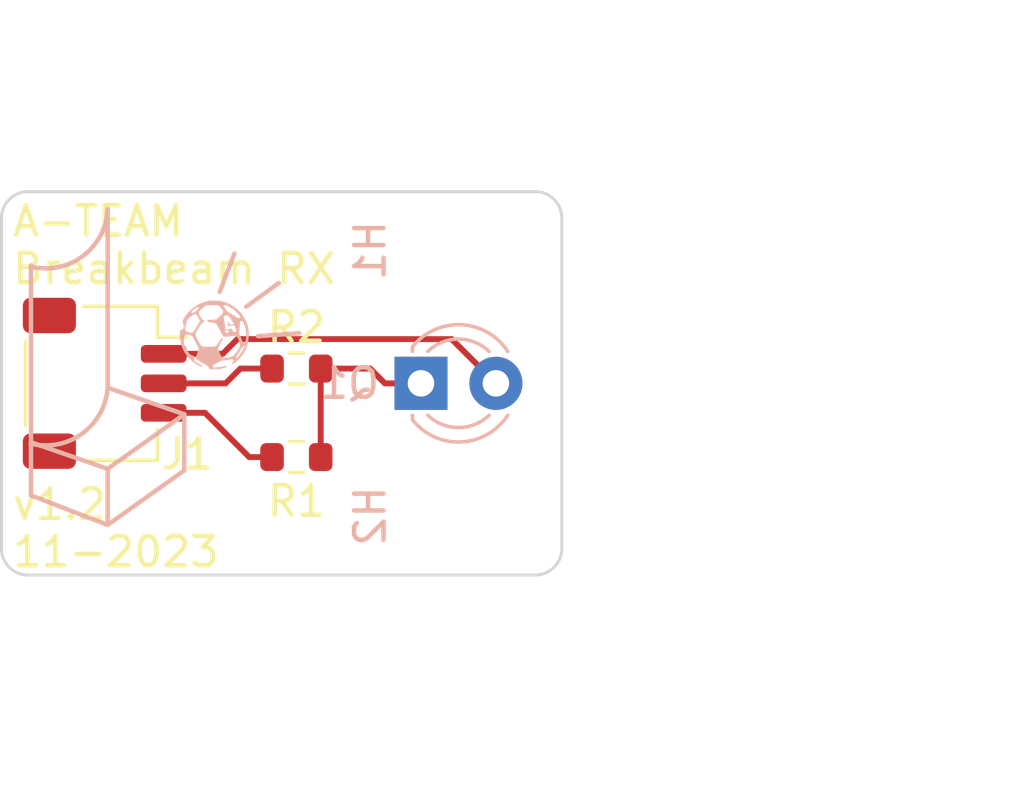
<source format=kicad_pcb>
(kicad_pcb (version 20221018) (generator pcbnew)
  (title_block (title "Breakbeam Receiver") (date "2023-11-27") (rev "1.2 R0") (company "SSL A-Team") (comment 1 "Author: Joe Spall") (comment 2 "Author: Will Stuckey"))
  (layers (0 "F.Cu" signal) (31 "B.Cu" signal) (34 "B.Paste" user) (35 "F.Paste" user) (36 "B.SilkS" user "B.Silkscreen") (37 "F.SilkS" user "F.Silkscreen") (38 "B.Mask" user) (39 "F.Mask" user) (44 "Edge.Cuts" user))
  (net 0 "")
  (net 1 "BALL_RX")
  (net 2 "+3.3V")
  (net 3 "GND")
  (net 4 "Net-(Q1-E)")
  (footprint "MountingHole:MountingHole_2.2mm_M2" (layer "F.Cu") (at 126 71 -90)
    (fp_text reference "H2" (at 0 3 -90) (layer "B.SilkS") (effects (font (thickness 0.153)) (justify mirror)))
    (fp_text value "MountingHole" hide)
    (pad "" np_thru_hole circle (at 0 0 270) (size 2.2 2.2) (drill 2.2) (layers "*.Cu" "*.Mask"))
  )
  (footprint "Connector_JST:JST_SH_SM03B-SRSS-TB_1x03-1MP_P1.00mm_Horizontal" (layer "F.Cu") (at 114 66.5 -90)
    (fp_text reference "J1" (at 2.4 -2.8 -180) (layer "F.SilkS") (effects (font (thickness 0.153))))
    (fp_text value "Conn_01x03" hide)
    (fp_line (start -2.61 -1.785) (end -1.56 -1.785) (stroke (width 0.12)) (layer "F.SilkS"))
    (fp_line (start -2.61 0.715) (end -2.61 -1.785) (stroke (width 0.12)) (layer "F.SilkS"))
    (fp_line (start -1.56 -1.785) (end -1.56 -2.775) (stroke (width 0.12)) (layer "F.SilkS"))
    (fp_line (start -1.44 2.685) (end 1.44 2.685) (stroke (width 0.12)) (layer "F.SilkS"))
    (fp_line (start 2.61 -1.785) (end 1.56 -1.785) (stroke (width 0.12)) (layer "F.SilkS"))
    (fp_line (start 2.61 0.715) (end 2.61 -1.785) (stroke (width 0.12)) (layer "F.SilkS"))
    (pad "1" smd roundrect (at -1 -2 270) (size 0.6 1.55) (layers "F.Cu" "F.Paste" "F.Mask") (net 2 "+3.3V"))
    (pad "2" smd roundrect (at 0 -2 270) (size 0.6 1.55) (layers "F.Cu" "F.Paste" "F.Mask") (net 1 "BALL_RX"))
    (pad "3" smd roundrect (at 1 -2 270) (size 0.6 1.55) (layers "F.Cu" "F.Paste" "F.Mask") (net 3 "GND"))
    (pad "MP" smd roundrect (at -2.3 1.875 270) (size 1.2 1.8) (layers "F.Cu" "F.Paste" "F.Mask") (roundrect_rratio 0.2083333333))
    (pad "MP" smd roundrect (at 2.3 1.875 270) (size 1.2 1.8) (layers "F.Cu" "F.Paste" "F.Mask") (roundrect_rratio 0.2083333333))
  )
  (footprint "Resistor_SMD:R_0603_1608Metric" (layer "F.Cu") (at 120.5 69 180)
    (fp_text reference "R1" (at 0 -1.5) (layer "F.SilkS") (effects (font (thickness 0.153))))
    (fp_text value "2k" hide)
    (fp_line (start -0.237258 -0.5225) (end 0.237258 -0.5225) (stroke (width 0.12)) (layer "F.SilkS"))
    (fp_line (start -0.237258 0.5225) (end 0.237258 0.5225) (stroke (width 0.12)) (layer "F.SilkS"))
    (pad "1" smd roundrect (at -0.825 0 180) (size 0.8 0.95) (layers "F.Cu" "F.Paste" "F.Mask") (net 4 "Net-(Q1-E)"))
    (pad "2" smd roundrect (at 0.825 0 180) (size 0.8 0.95) (layers "F.Cu" "F.Paste" "F.Mask") (net 3 "GND"))
  )
  (footprint "MountingHole:MountingHole_2.2mm_M2" (layer "F.Cu") (at 126 62 -90)
    (fp_text reference "H1" (at 0 3 -90) (layer "B.SilkS") (effects (font (thickness 0.153)) (justify mirror)))
    (fp_text value "MountingHole" hide)
    (pad "" np_thru_hole circle (at 0 0 270) (size 2.2 2.2) (drill 2.2) (layers "*.Cu" "*.Mask"))
  )
  (footprint "Resistor_SMD:R_0603_1608Metric" (layer "F.Cu") (at 120.5 66 180)
    (fp_text reference "R2" (at 0 1.4) (layer "F.SilkS") (effects (font (thickness 0.153))))
    (fp_text value "100" hide)
    (fp_line (start -0.237258 -0.5225) (end 0.237258 -0.5225) (stroke (width 0.12)) (layer "F.SilkS"))
    (fp_line (start -0.237258 0.5225) (end 0.237258 0.5225) (stroke (width 0.12)) (layer "F.SilkS"))
    (pad "1" smd roundrect (at -0.825 0 180) (size 0.8 0.95) (layers "F.Cu" "F.Paste" "F.Mask") (net 4 "Net-(Q1-E)"))
    (pad "2" smd roundrect (at 0.825 0 180) (size 0.8 0.95) (layers "F.Cu" "F.Paste" "F.Mask") (net 1 "BALL_RX"))
  )
  (footprint "LED_THT:LED_D3.0mm" (layer "B.Cu") (at 124.725 66.5)
    (fp_text reference "Q1" (at -2.425 0) (layer "B.SilkS") (effects (font (thickness 0.153)) (justify mirror)))
    (fp_text value "OP506B")
    (fp_line (start -0.29 -1.08) (end -0.29 -1.236) (stroke (width 0.12)) (layer "B.SilkS"))
    (fp_line (start -0.29 1.236) (end -0.29 1.08) (stroke (width 0.12)) (layer "B.SilkS"))
    (fp_arc (start -0.29 -1.235516) (mid 1.366487 -1.987659) (end 2.942335 -1.078608) (stroke (width 0.12)) (layer "B.SilkS"))
    (fp_arc (start 0.229039 -1.08) (mid 1.270117 -1.5) (end 2.31113 -1.079837) (stroke (width 0.12)) (layer "B.SilkS"))
    (fp_arc (start 2.31113 1.079837) (mid 1.270117 1.5) (end 0.229039 1.08) (stroke (width 0.12)) (layer "B.SilkS"))
    (fp_arc (start 2.942335 1.078608) (mid 1.366487 1.987659) (end -0.29 1.235516) (stroke (width 0.12)) (layer "B.SilkS"))
    (pad "1" thru_hole rect (at 0 0) (size 1.8 1.8) (drill 0.9) (layers "*.Cu" "*.Mask") (net 4 "Net-(Q1-E)"))
    (pad "2" thru_hole circle (at 2.54 0) (size 1.8 1.8) (drill 0.9) (layers "*.Cu" "*.Mask") (net 2 "+3.3V"))
  )
  (footprint "AT-Style:logo_3_mm_3_mm" (layer "B.Cu") (at 117.7 64.8 180)
    (fp_text reference "G***" hide)
    (fp_text value "LOGO" hide)
    (fp_poly (pts (xy 0.084667 1.104608) (xy 0.147904 1.099875) (xy 0.180206 1.095398) (xy 0.322169 1.061718) (xy 0.456925 1.011636) (xy 0.583926 0.945492) (xy 0.702625 0.86363) (xy 0.812473 0.766392) (xy 0.912923 0.65412) (xy 0.937606 0.622279) (xy 0.96758 0.579457) (xy 0.995872 0.533645) (xy 1.020561 0.48853) (xy 1.039727 0.447796) (xy 1.05145 0.415131) (xy 1.054204 0.398475) (xy 1.050505 0.373967) (xy 1.041173 0.343344) (xy 1.036058 0.330691) (xy 1.026275 0.304678) (xy 1.021897 0.279516) (xy 1.022111 0.248004) (xy 1.024011 0.224049) (xy 1.032764 0.173874) (xy 1.048446 0.139843) (xy 1.071494 0.121291) (xy 1.094133 0.117134) (xy 1.11474 0.112649) (xy 1.130013 0.097915) (xy 1.140723 0.071017) (xy 1.147639 0.030038) (xy 1.151479 -0.025662) (xy 1.149055 -0.14185) (xy 1.133304 -0.263808) (xy 1.105256 -0.386416) (xy 1.065944 -0.504554) (xy 1.044967 -0.554637) (xy 1.001368 -0.637177) (xy 0.944248 -0.722728) (xy 0.876763 -0.807472) (xy 0.802068 -0.887591) (xy 0.723321 -0.959267) (xy 0.68614 -0.988703) (xy 0.650923 -1.013429) (xy 0.609229 -1.039945) (xy 0.564453 -1.066397) (xy 0.519992 -1.090934) (xy 0.479244 -1.111702) (xy 0.445603 -1.12685) (xy 0.422468 -1.134525) (xy 0.41769 -1.135103) (xy 0.398369 -1.128601) (xy 0.392056 -1.111266) (xy 0.394137 -1.101175) (xy 0.403563 -1.092172) (xy 0.425342 -1.077938) (xy 0.455534 -1.060945) (xy 0.47046 -1.053236) (xy 0.514851 -1.029688) (xy 0.558935 -1.004152) (xy 0.599617 -0.978656) (xy 0.633804 -0.955229) (xy 0.658402 -0.935898) (xy 0.670318 -0.922691) (xy 0.670603 -0.922035) (xy 0.670027 -0.906629) (xy 0.662891 -0.882188) (xy 0.656894 -0.867611) (xy 0.646123 -0.84279) (xy 0.642773 -0.827688) (xy 0.646697 -0.815668) (xy 0.655489 -0.803127) (xy 0.674013 -0.786197) (xy 0.701759 -0.769103) (xy 0.717927 -0.761604) (xy 0.774833 -0.733656) (xy 0.820874 -0.698694) (xy 0.860483 -0.654807) (xy 0.884639 -0.619991) (xy 0.911635 -0.57453) (xy 0.939236 -0.522937) (xy 0.965206 -0.469727) (xy 0.98731 -0.419416) (xy 1.003314 -0.376518) (xy 1.00966 -0.353465) (xy 1.015497 -0.306736) (xy 1.01581 -0.254286) (xy 1.011248 -0.200335) (xy 1.002457 -0.149101) (xy 0.990086 -0.104805) (xy 0.974784 -0.071668) (xy 0.964418 -0.058854) (xy 0.948814 -0.048979) (xy 0.928069 -0.046231) (xy 0.902686 -0.048486) (xy 0.855094 -0.056552) (xy 0.809686 -0.067349) (xy 0.770998 -0.079553) (xy 0.743563 -0.091837) (xy 0.735843 -0.097264) (xy 0.724948 -0.111402) (xy 0.708684 -0.137747) (xy 0.689443 -0.172241) (xy 0.673638 -0.202731) (xy 0.648627 -0.251257) (xy 0.619077 -0.306529) (xy 0.589689 -0.359822) (xy 0.576051 -0.383824) (xy 0.554573 -0.4222) (xy 0.53626 -0.456967) (xy 0.523222 -0.483987) (xy 0.517815 -0.497964) (xy 0.518169 -0.515433) (xy 0.523346 -0.546033) (xy 0.532286 -0.58586) (xy 0.543932 -0.63101) (xy 0.557224 -0.677582) (xy 0.571104 -0.721672) (xy 0.584512 -0.759375) (xy 0.595883 -0.785789) (xy 0.609593 -0.820079) (xy 0.610489 -0.846657) (xy 0.598377 -0.870676) (xy 0.592427 -0.877872) (xy 0.574232 -0.89389) (xy 0.543121 -0.916456) (xy 0.502109 -0.943696) (xy 0.454212 -0.97374) (xy 0.402445 -1.004714) (xy 0.349825 -1.034748) (xy 0.299368 -1.061967) (xy 0.279395 -1.072186) (xy 0.238711 -1.093223) (xy 0.211645 -1.109113) (xy 0.195324 -1.121967) (xy 0.186873 -1.133896) (xy 0.18426 -1.142049) (xy 0.174845 -1.176104) (xy 0.162161 -1.197038) (xy 0.142441 -1.209743) (xy 0.128328 -1.21467) (xy 0.097761 -1.220116) (xy 0.052703 -1.223141) (xy -0.003478 -1.223729) (xy -0.067413 -1.221863) (xy -0.135733 -1.217528) (xy -0.153377 -1.216032) (xy -0.20402 -1.210554) (xy -0.248617 -1.20313) (xy -0.293991 -1.192294) (xy -0.346968 -1.176579) (xy -0.367262 -1.170079) (xy -0.408108 -1.153427) (xy -0.431117 -1.135776) (xy -0.436223 -1.117189) (xy -0.432634 -1.108492) (xy -0.426649 -1.104147) (xy -0.414253 -1.103201) (xy -0.392797 -1.106021) (xy -0.359637 -1.112977) (xy -0.312124 -1.124434) (xy -0.304866 -1.126246) (xy -0.228096 -1.143572) (xy -0.160195 -1.154429) (xy -0.093707 -1.159979) (xy -0.085598 -1.160339) (xy -0.041745 -1.161866) (xy -0.012168 -1.161889) (xy 0.006849 -1.159927) (xy 0.019023 -1.1555) (xy 0.02807 -1.148126) (xy 0.030713 -1.145286) (xy 0.042195 -1.125336) (xy 0.039025 -1.10582) (xy 0.020353 -1.085606) (xy -0.014673 -1.063561) (xy -0.04058 -1.050549) (xy -0.081289 -1.030115) (xy -0.123545 -1.007134) (xy -0.158639 -0.986356) (xy -0.160621 -0.985094) (xy -0.19832 -0.962012) (xy -0.230453 -0.945786) (xy -0.262363 -0.934743) (xy -0.299391 -0.927213) (xy -0.346878 -0.921525) (xy -0.370873 -0.919314) (xy -0.422852 -0.91392) (xy -0.478609 -0.906792) (xy -0.529599 -0.899073) (xy -0.552385 -0.895016) (xy -0.598485 -0.887405) (xy -0.630143 -0.885808) (xy -0.650086 -0.890779) (xy -0.661046 -0.902871) (xy -0.665154 -0.917858) (xy -0.661162 -0.937874) (xy -0.646567 -0.96398) (xy -0.640319 -0.972368) (xy -0.621783 -1.001625) (xy -0.618104 -1.022852) (xy -0.628984 -1.034956) (xy -0.654125 -1.036841) (xy -0.657751 -1.036378) (xy -0.677934 -1.028048) (xy -0.707671 -1.008677) (xy -0.744269 -0.98044) (xy -0.785034 -0.945517) (xy -0.827272 -0.906083) (xy -0.860752 -0.872292) (xy -0.955699 -0.761086) (xy -1.033991 -0.643709) (xy -1.095913 -0.519473) (xy -1.119157 -0.452647) (xy -1.034917 -0.452647) (xy -1.030701 -0.471114) (xy -1.01875 -0.500241) (xy -1.005427 -0.528715) (xy -0.951332 -0.626641) (xy -0.882784 -0.725865) (xy -0.838107 -0.781642) (xy -0.806829 -0.816867) (xy -0.783769 -0.838046) (xy -0.76732 -0.84624) (xy -0.755874 -0.842511) (xy -0.752474 -0.838143) (xy -0.750668 -0.830293) (xy -0.753961 -0.817964) (xy -0.763581 -0.798841) (xy -0.780757 -0.770608) (xy -0.80672 -0.730949) (xy -0.819541 -0.711813) (xy -0.84784 -0.668557) (xy -0.879705 -0.61801) (xy -0.909869 -0.568584) (xy -0.921088 -0.549627) (xy -0.951259 -0.5) (xy -0.975323 -0.465326) (xy -0.994586 -0.444134) (xy -1.010356 -0.434954) (xy -1.022332 -0.435623) (xy -1.031944 -0.441823) (xy -1.034917 -0.452647) (xy -1.119157 -0.452647) (xy -1.134597 -0.408255) (xy -0.888575 -0.408255) (xy -0.883604 -0.438286) (xy -0.87115 -0.472343) (xy -0.850239 -0.514355) (xy -0.828028 -0.554133) (xy -0.784291 -0.626835) (xy -0.744445 -0.684407) (xy -0.706503 -0.728751) (xy -0.668483 -0.761774) (xy -0.6284 -0.78538) (xy -0.584269 -0.801474) (xy -0.565544 -0.806123) (xy -0.480251 -0.822947) (xy -0.410281 -0.832088) (xy -0.354673 -0.83358) (xy -0.312463 -0.827455) (xy -0.285691 -0.815826) (xy -0.270951 -0.800393) (xy -0.251505 -0.772018) (xy -0.229293 -0.73451) (xy -0.206253 -0.69168) (xy -0.184326 -0.647335) (xy -0.16545 -0.605285) (xy -0.151565 -0.56934) (xy -0.14461 -0.543307) (xy -0.144164 -0.537845) (xy -0.147275 -0.513583) (xy -0.157143 -0.482216) (xy -0.174567 -0.441954) (xy -0.200349 -0.391005) (xy -0.235291 -0.327575) (xy -0.248545 -0.304336) (xy -0.273479 -0.260561) (xy -0.290366 -0.229432) (xy -0.300282 -0.208057) (xy -0.304304 -0.193542) (xy -0.30351 -0.182995) (xy -0.298975 -0.173521) (xy -0.297883 -0.171767) (xy -0.288461 -0.163743) (xy -0.2757 -0.166034) (xy -0.258523 -0.179724) (xy -0.235853 -0.205893) (xy -0.206613 -0.245626) (xy -0.169723 -0.300003) (xy -0.168753 -0.301469) (xy -0.135355 -0.351856) (xy -0.108097 -0.390613) (xy -0.083921 -0.41924) (xy -0.059765 -0.439233) (xy -0.032569 -0.45209) (xy 0.000726 -0.459309) (xy 0.043181 -0.462387) (xy 0.097856 -0.462823) (xy 0.159664 -0.462197) (xy 0.216389 -0.461112) (xy 0.269289 -0.459207) (xy 0.314794 -0.456678) (xy 0.349331 -0.453722) (xy 0.369023 -0.450622) (xy 0.394699 -0.440707) (xy 0.418808 -0.424203) (xy 0.442847 -0.399192) (xy 0.468313 -0.363757) (xy 0.496704 -0.315981) (xy 0.529516 -0.253946) (xy 0.542055 -0.229047) (xy 0.572309 -0.167934) (xy 0.594705 -0.119086) (xy 0.609081 -0.078961) (xy 0.615277 -0.044017) (xy 0.613131 -0.01071) (xy 0.602484 0.024501) (xy 0.583173 0.06516) (xy 0.555039 0.114808) (xy 0.524087 0.16669) (xy 0.479843 0.236435) (xy 0.439447 0.29103) (xy 0.401232 0.332484) (xy 0.363529 0.362802) (xy 0.358159 0.366296) (xy 0.332074 0.388121) (xy 0.323994 0.409295) (xy 0.326568 0.414651) (xy 0.477545 0.414651) (xy 0.481008 0.395017) (xy 0.492197 0.36837) (xy 0.512313 0.332277) (xy 0.539444 0.289081) (xy 0.567882 0.244422) (xy 0.596961 0.197324) (xy 0.622887 0.154005) (xy 0.638867 0.126144) (xy 0.671465 0.07288) (xy 0.700895 0.036572) (xy 0.727824 0.01657) (xy 0.752922 0.012222) (xy 0.755369 0.012626) (xy 0.776906 0.016726) (xy 0.808659 0.022629) (xy 0.837957 0.027999) (xy 0.889113 0.039339) (xy 0.92477 0.053122) (xy 0.947446 0.071613) (xy 0.959663 0.097076) (xy 0.963939 0.131775) (xy 0.964065 0.14132) (xy 0.961444 0.186557) (xy 0.95445 0.241788) (xy 0.944285 0.300185) (xy 0.932154 0.354919) (xy 0.91926 0.399162) (xy 0.917958 0.402794) (xy 0.890258 0.454702) (xy 0.844732 0.508014) (xy 0.781332 0.562782) (xy 0.726826 0.601655) (xy 0.685899 0.627444) (xy 0.655294 0.642399) (xy 0.631627 0.647388) (xy 0.611517 0.643279) (xy 0.597049 0.63497) (xy 0.581205 0.618457) (xy 0.56104 0.589879) (xy 0.538906 0.553574) (xy 0.517156 0.513879) (xy 0.498144 0.475133) (xy 0.484221 0.441673) (xy 0.477741 0.417836) (xy 0.477545 0.414651) (xy 0.326568 0.414651) (xy 0.333922 0.429953) (xy 0.359625 0.448989) (xy 0.38635 0.470048) (xy 0.415117 0.502572) (xy 0.44366 0.542651) (xy 0.469713 0.586377) (xy 0.491012 0.629839) (xy 0.50529 0.669129) (xy 0.510283 0.700336) (xy 0.509584 0.707795) (xy 0.499597 0.728975) (xy 0.477791 0.757663) (xy 0.447117 0.791044) (xy 0.410529 0.826305) (xy 0.370977 0.860631) (xy 0.366113 0.86439) (xy 0.515245 0.86439) (xy 0.523853 0.840863) (xy 0.547531 0.80872) (xy 0.56002 0.795222) (xy 0.603054 0.754519) (xy 0.644716 0.721654) (xy 0.683065 0.697538) (xy 0.716161 0.683079) (xy 0.742063 0.679187) (xy 0.758831 0.686772) (xy 0.764121 0.699579) (xy 0.758505 0.716384) (xy 0.739414 0.740595) (xy 0.708819 0.770336) (xy 0.668692 0.803733) (xy 0.621006 0.838911) (xy 0.608499 0.847517) (xy 0.568334 0.870865) (xy 0.538636 0.880632) (xy 0.520556 0.87806) (xy 0.515245 0.86439) (xy 0.366113 0.86439) (xy 0.331415 0.891207) (xy 0.294794 0.915221) (xy 0.28797 0.919049) (xy 0.229763 0.950585) (xy 0.067577 0.950585) (xy 0.012686 0.950185) (xy -0.038303 0.949074) (xy -0.081685 0.947389) (xy -0.113759 0.945268) (xy -0.128934 0.943319) (xy -0.166589 0.92726) (xy -0.207779 0.894774) (xy -0.251382 0.846846) (xy -0.275643 0.814739) (xy -0.297951 0.783044) (xy -0.313288 0.757721) (xy -0.320859 0.73609) (xy -0.319864 0.715474) (xy -0.309507 0.693194) (xy -0.28899 0.666572) (xy -0.257517 0.632929) (xy -0.214289 0.589586) (xy -0.206236 0.581581) (xy -0.085598 0.461622) (xy 0.049557 0.456928) (xy 0.107757 0.454655) (xy 0.150512 0.452122) (xy 0.180395 0.448801) (xy 0.199981 0.444162) (xy 0.211842 0.437677) (xy 0.218552 0.428817) (xy 0.221335 0.421647) (xy 0.222774 0.403459) (xy 0.212758 0.389793) (xy 0.189533 0.379785) (xy 0.151344 0.372568) (xy 0.113831 0.368635) (xy 0.054562 0.362668) (xy 0.009713 0.355389) (xy -0.024318 0.345604) (xy -0.051132 0.332118) (xy -0.074328 0.313734) (xy -0.085598 0.302436) (xy -0.102241 0.281003) (xy -0.124676 0.246799) (xy -0.150956 0.203327) (xy -0.179134 0.154091) (xy -0.207261 0.102594) (xy -0.233392 0.052339) (xy -0.255577 0.006828) (xy -0.271871 -0.030434) (xy -0.274643 -0.037638) (xy -0.297028 -0.081739) (xy -0.325165 -0.109484) (xy -0.35852 -0.120373) (xy -0.36267 -0.120522) (xy -0.380565 -0.119741) (xy -0.413085 -0.117428) (xy -0.456926 -0.113854) (xy -0.508781 -0.109288) (xy -0.565346 -0.104002) (xy -0.570862 -0.103471) (xy -0.749777 -0.086186) (xy -0.77871 -0.117757) (xy -0.799917 -0.147286) (xy -0.822832 -0.189902) (xy -0.845426 -0.241062) (xy -0.865671 -0.296222) (xy -0.879958 -0.344561) (xy -0.887035 -0.378323) (xy -0.888575 -0.408255) (xy -1.134597 -0.408255) (xy -1.141751 -0.387687) (xy -1.17179 -0.247663) (xy -1.186317 -0.098711) (xy -1.186846 -0.085598) (xy -1.185827 -0.044829) (xy -1.097503 -0.044829) (xy -1.09585 -0.118687) (xy -1.089597 -0.18542) (xy -1.079548 -0.236539) (xy -1.065057 -0.274174) (xy -1.045479 -0.300455) (xy -1.039067 -0.306015) (xy -1.01609 -0.317991) (xy -0.996852 -0.313342) (xy -0.979333 -0.291427) (xy -0.976522 -0.286213) (xy -0.963624 -0.258353) (xy -0.951501 -0.227848) (xy -0.951017 -0.226485) (xy -0.942495 -0.204802) (xy -0.928473 -0.171733) (xy -0.911078 -0.132218) (xy -0.896743 -0.100544) (xy -0.854031 -0.007368) (xy -0.863375 0.055455) (xy -0.764515 0.055455) (xy -0.70888 0.047435) (xy -0.679008 0.043996) (xy -0.656812 0.043054) (xy -0.647914 0.044486) (xy -0.643291 0.055412) (xy -0.636816 0.078474) (xy -0.6315 0.101366) (xy -0.629064 0.11017) (xy -0.504576 0.11017) (xy -0.504576 0.069199) (xy -0.50365 0.047029) (xy -0.498532 0.033166) (xy -0.485714 0.025392) (xy -0.461688 0.02149) (xy -0.425736 0.019371) (xy -0.405455 0.020319) (xy -0.397528 0.028266) (xy -0.396452 0.039809) (xy -0.394367 0.062721) (xy -0.391296 0.075037) (xy -0.39065 0.084306) (xy -0.398908 0.091264) (xy -0.418914 0.097085) (xy -0.453513 0.102942) (xy -0.461777 0.104128) (xy -0.504576 0.11017) (xy -0.629064 0.11017) (xy -0.623197 0.131374) (xy -0.614216 0.149495) (xy -0.608728 0.153175) (xy -0.595267 0.151708) (xy -0.568746 0.147819) (xy -0.533842 0.142279) (xy -0.49523 0.135858) (xy -0.457586 0.129326) (xy -0.425586 0.123454) (xy -0.41222 0.120811) (xy -0.395385 0.11896) (xy -0.388644 0.126112) (xy -0.387431 0.145701) (xy -0.38595 0.177592) (xy -0.381926 0.222577) (xy -0.375963 0.276006) (xy -0.368665 0.333232) (xy -0.360635 0.389603) (xy -0.352477 0.440472) (xy -0.344794 0.481188) (xy -0.342594 0.491061) (xy -0.335465 0.525065) (xy -0.331407 0.552125) (xy -0.331047 0.567689) (xy -0.331776 0.569461) (xy -0.342747 0.575576) (xy -0.365808 0.58569) (xy -0.396099 0.59768) (xy -0.398005 0.598399) (xy -0.458103 0.62102) (xy -0.511573 0.563861) (xy -0.54853 0.520475) (xy -0.58629 0.469518) (xy -0.621094 0.416577) (xy -0.649181 0.367243) (xy -0.661604 0.340847) (xy -0.675421 0.307768) (xy -0.628449 0.297694) (xy -0.597616 0.290949) (xy -0.571384 0.284984) (xy -0.561896 0.282706) (xy -0.545299 0.283246) (xy -0.536177 0.298238) (xy -0.535997 0.298829) (xy -0.529162 0.314798) (xy -0.517151 0.337515) (xy -0.502744 0.362346) (xy -0.488724 0.384662) (xy -0.47787 0.399829) (xy -0.473117 0.403553) (xy -0.472823 0.393658) (xy -0.474539 0.371138) (xy -0.477656 0.341196) (xy -0.481566 0.309038) (xy -0.485658 0.279867) (xy -0.489325 0.258886) (xy -0.490678 0.253495) (xy -0.494106 0.247482) (xy -0.50134 0.244066) (xy -0.514681 0.243518) (xy -0.536428 0.246106) (xy -0.568881 0.2521) (xy -0.614341 0.26177) (xy -0.672597 0.274817) (xy -0.682433 0.275062) (xy -0.69114 0.268854) (xy -0.700691 0.253291) (xy -0.713057 0.22547) (xy -0.723152 0.200419) (xy -0.737724 0.16145) (xy -0.74994 0.124795) (xy -0.757873 0.096391) (xy -0.759435 0.088547) (xy -0.764515 0.055455) (xy -0.863375 0.055455) (xy -0.864281 0.06155) (xy -0.868604 0.097438) (xy -0.872955 0.145293) (xy -0.876846 0.199071) (xy -0.879793 0.252726) (xy -0.879967 0.256703) (xy -0.883046 0.314055) (xy -0.887184 0.355782) (xy -0.893261 0.384279) (xy -0.902154 0.401942) (xy -0.914743 0.411164) (xy -0.931904 0.414341) (xy -0.937823 0.414473) (xy -0.960299 0.410385) (xy -0.979726 0.396269) (xy -0.999048 0.369352) (xy -1.01296 0.343647) (xy -1.047596 0.259838) (xy -1.073765 0.164183) (xy -1.090667 0.06114) (xy -1.097503 -0.044829) (xy -1.185827 -0.044829) (xy -1.183275 0.057324) (xy -1.162321 0.196042) (xy -1.124291 0.329801) (xy -1.069489 0.457844) (xy -1.018603 0.544651) (xy -0.897017 0.544651) (xy -0.890254 0.534676) (xy -0.887571 0.531671) (xy -0.871076 0.518208) (xy -0.8516 0.513055) (xy -0.826907 0.516854) (xy -0.794762 0.53025) (xy -0.752928 0.553887) (xy -0.705817 0.584004) (xy -0.662746 0.612138) (xy -0.620744 0.639028) (xy -0.584191 0.661906) (xy -0.557465 0.678003) (xy -0.554132 0.679913) (xy -0.506534 0.707944) (xy -0.4715 0.731752) (xy -0.445176 0.754548) (xy -0.423709 0.779541) (xy -0.409027 0.800808) (xy -0.386771 0.834814) (xy -0.363578 0.869537) (xy -0.34952 0.890133) (xy -0.3319 0.920259) (xy -0.328624 0.940284) (xy -0.340049 0.951473) (xy -0.366531 0.955086) (xy -0.367879 0.955091) (xy -0.393622 0.950348) (xy -0.430695 0.937303) (xy -0.475491 0.917726) (xy -0.5244 0.89339) (xy -0.573812 0.866067) (xy -0.620118 0.837529) (xy -0.651158 0.81601) (xy -0.697074 0.779191) (xy -0.746018 0.735085) (xy -0.793692 0.687968) (xy -0.835795 0.642114) (xy -0.868028 0.601798) (xy -0.871305 0.597134) (xy -0.88871 0.571181) (xy -0.896891 0.555253) (xy -0.897017 0.544651) (xy -1.018603 0.544651) (xy -0.998222 0.579418) (xy -0.910794 0.693765) (xy -0.842106 0.767168) (xy -0.735934 0.862099) (xy -0.625713 0.940392) (xy -0.509057 1.00335) (xy -0.383578 1.05228) (xy -0.25903 1.085866) (xy -0.204526 1.094879) (xy -0.137534 1.101377) (xy -0.063424 1.105242) (xy 0.012433 1.106358)) (fill solid) (layer "B.SilkS"))
  )
  (gr_line (start 119.9 63.1) (end 118.8 63.9) (stroke (width 0.153)) (layer "B.SilkS"))
  (gr_line (start 111.5 68.5) (end 111.5 70.3) (stroke (width 0.153)) (layer "B.SilkS"))
  (gr_line (start 116.7 67.55) (end 114.1 66.65) (stroke (width 0.153)) (layer "B.SilkS"))
  (gr_line (start 116.7 69.45) (end 114.1 71.3) (stroke (width 0.153)) (layer "B.SilkS"))
  (gr_line (start 116.7 67.55) (end 114.1 69.4) (stroke (width 0.153)) (layer "B.SilkS"))
  (gr_line (start 116.7 69.45) (end 116.7 67.55) (stroke (width 0.153)) (layer "B.SilkS"))
  (gr_line (start 114.1 69.4) (end 111.5 68.5) (stroke (width 0.153)) (layer "B.SilkS"))
  (gr_arc (start 114.099999 66.65) (mid 113.235681 68.204579) (end 111.489377 68.542488) (stroke (width 0.153)) (layer "B.SilkS"))
  (gr_arc (start 114.099999 60.6) (mid 113.254041 62.187417) (end 111.490096 62.539607) (stroke (width 0.153)) (layer "B.SilkS"))
  (gr_line (start 114.1 60.6) (end 114.1 66.65) (stroke (width 0.153)) (layer "B.SilkS"))
  (gr_line (start 114.1 71.3) (end 114.1 69.4) (stroke (width 0.153)) (layer "B.SilkS"))
  (gr_line (start 111.499999 62.5) (end 111.5 68.5) (stroke (width 0.153)) (layer "B.SilkS"))
  (gr_line (start 119.2 64.9) (end 120.6 64.8) (stroke (width 0.153)) (layer "B.SilkS"))
  (gr_line (start 118.4 62.1) (end 117.9 63.4) (stroke (width 0.153)) (layer "B.SilkS"))
  (gr_line (start 111.5 70.3) (end 114.1 71.3) (stroke (width 0.153)) (layer "B.SilkS"))
  (gr_line (start 129.5 60.9) (end 129.5 72.1) (stroke (width 0.1)) (layer "Edge.Cuts"))
  (gr_arc (start 110.5 60.9) (mid 110.763604 60.263604) (end 111.4 60) (stroke (width 0.1)) (layer "Edge.Cuts"))
  (gr_arc (start 111.4 73) (mid 110.763604 72.736396) (end 110.5 72.1) (stroke (width 0.1)) (layer "Edge.Cuts"))
  (gr_line (start 128.6 73) (end 111.4 73) (stroke (width 0.1)) (layer "Edge.Cuts"))
  (gr_arc (start 129.5 72.1) (mid 129.236396 72.736396) (end 128.6 73) (stroke (width 0.1)) (layer "Edge.Cuts"))
  (gr_arc (start 128.6 60) (mid 129.236396 60.263604) (end 129.5 60.9) (stroke (width 0.1)) (layer "Edge.Cuts"))
  (gr_line (start 110.5 72.1) (end 110.5 60.9) (stroke (width 0.1)) (layer "Edge.Cuts"))
  (gr_line (start 111.4 60) (end 128.6 60) (stroke (width 0.1)) (layer "Edge.Cuts"))
  (gr_text "v1.2\n11-2023" (at 110.8 72.8) (layer "F.SilkS") (effects (font (size 1 1) (thickness 0.153)) (justify left bottom)))
  (gr_text "A-TEAM\nBreakbeam RX\n" (at 110.8 63.2) (layer "F.SilkS") (effects (font (size 1 1) (thickness 0.153)) (justify left bottom)))
  (segment (start 118.1 66.5) (end 118.6 66) (width 0.2) (layer "F.Cu") (net 1))
  (segment (start 116 66.5) (end 118.1 66.5) (width 0.2) (layer "F.Cu") (net 1))
  (segment (start 118.6 66) (end 119.675 66) (width 0.2) (layer "F.Cu") (net 1))
  (segment (start 125.765 65) (end 127.265 66.5) (width 0.2) (layer "F.Cu") (net 2))
  (segment (start 116 65.5) (end 118 65.5) (width 0.2) (layer "F.Cu") (net 2))
  (segment (start 118.5 65) (end 125.765 65) (width 0.2) (layer "F.Cu") (net 2))
  (segment (start 118 65.5) (end 118.5 65) (width 0.2) (layer "F.Cu") (net 2))
  (segment (start 118.9 69) (end 119.675 69) (width 0.2) (layer "F.Cu") (net 3))
  (segment (start 117.4 67.5) (end 118.9 69) (width 0.2) (layer "F.Cu") (net 3))
  (segment (start 116 67.5) (end 117.4 67.5) (width 0.2) (layer "F.Cu") (net 3))
  (segment (start 123 66) (end 123.5 66.5) (width 0.2) (layer "F.Cu") (net 4))
  (segment (start 121.325 66) (end 123 66) (width 0.2) (layer "F.Cu") (net 4))
  (segment (start 123.5 66.5) (end 124.725 66.5) (width 0.2) (layer "F.Cu") (net 4))
  (segment (start 121.325 69) (end 121.325 66) (width 0.2) (layer "F.Cu") (net 4))
)
</source>
